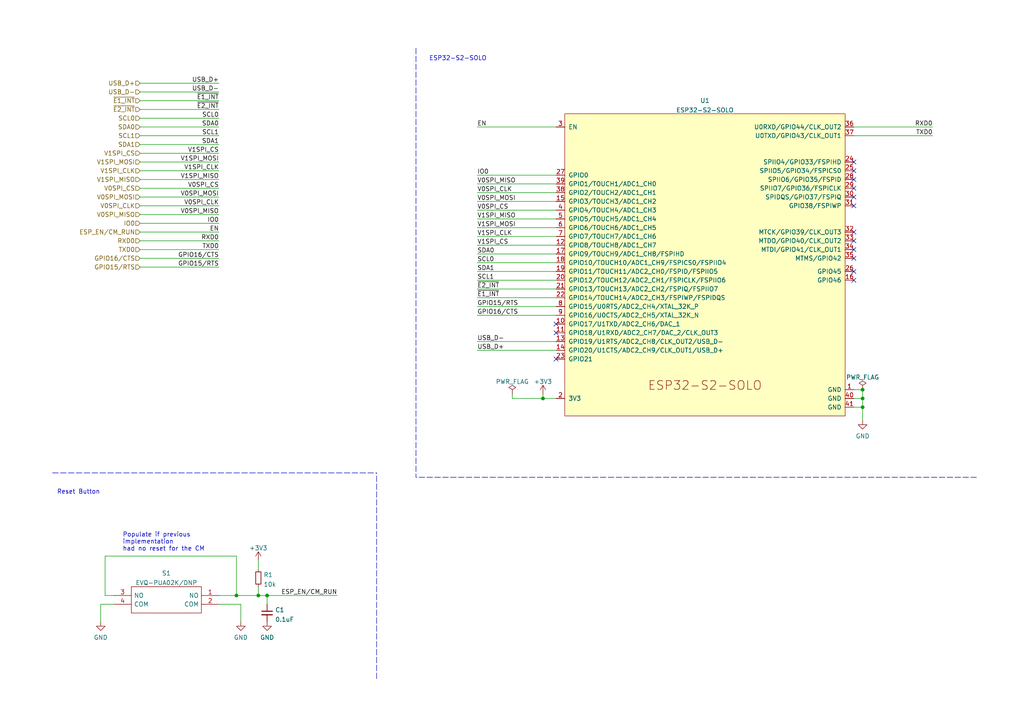
<source format=kicad_sch>
(kicad_sch (version 20211123) (generator eeschema)
  (paper "A4")
  (lib_symbols
    (symbol "Device:C_Small" (pin_numbers hide) (pin_names (offset 0.254) hide)
      (property "Reference" "C" (at 0.254 1.778 0))
      (property "Value" "C_Small" (at 0.254 -2.032 0))
      (symbol "C_Small_0_1"
        (polyline (pts (xy -1.524 -0.508) (xy 1.524 -0.508)) (stroke (width 0.3302)))
        (polyline (pts (xy -1.524 0.508) (xy 1.524 0.508)) (stroke (width 0.3048)))
      )
      (symbol "C_Small_1_1"
        (pin passive line (at 0 2.54 270) (length 2.032) (name "~") (number "1"))
        (pin passive line (at 0 -2.54 90) (length 2.032) (name "~") (number "2"))
      )
    )
    (symbol "Device:R_Small" (pin_numbers hide) (pin_names (offset 0.254) hide)
      (property "Reference" "R" (at 0.762 0.508 0))
      (property "Value" "R_Small" (at 0.762 -1.016 0))
      (symbol "R_Small_0_1"
        (rectangle (start -0.762 1.778) (end 0.762 -1.778) (stroke (width 0.2032)))
      )
      (symbol "R_Small_1_1"
        (pin passive line (at 0 2.54 270) (length 0.762) (name "~") (number "1"))
        (pin passive line (at 0 -2.54 90) (length 0.762) (name "~") (number "2"))
      )
    )
    (symbol "EVQ-PUA02K:EVQ-PUA02K" (pin_names (offset 0.762))
      (property "Reference" "S" (at 26.67 7.62 0))
      (property "Value" "EVQ-PUA02K" (at 26.67 5.08 0))
      (symbol "EVQ-PUA02K_0_0"
        (pin passive line (at 30.48 0 180) (length 5.08) (name "NO") (number "1"))
        (pin passive line (at 30.48 -2.54 180) (length 5.08) (name "COM") (number "2"))
        (pin passive line (at 0 0 0) (length 5.08) (name "NO") (number "3"))
        (pin passive line (at 0 -2.54 0) (length 5.08) (name "COM") (number "4"))
      )
      (symbol "EVQ-PUA02K_0_1"
        (polyline (pts (xy 5.08 2.54) (xy 25.4 2.54) (xy 25.4 -5.08) (xy 5.08 -5.08) (xy 5.08 2.54)) (stroke (width 0.1524)))
      )
    )
    (symbol "Espressif:ESP32-S2-SOLO" (pin_names (offset 1.016))
      (property "Reference" "U" (at 0 43.18 0))
      (property "Value" "ESP32-S2-SOLO" (at 0 -46.99 0))
      (symbol "ESP32-S2-SOLO_0_1"
        (rectangle (start -40.64 41.91) (end 40.64 -45.72) (fill (type background)))
      )
      (symbol "ESP32-S2-SOLO_1_1"
        (text "ESP32-S2-SOLO" (at 0 -36.83 0) (effects (font (size 2.54 2.54))))
        (pin power_in line (at 43.18 -38.1 180) (length 2.54) (name "GND") (number "1"))
        (pin bidirectional line (at -43.18 -19.05 0) (length 2.54) (name "GPIO17/U1TXD/ADC2_CH6/DAC_1") (number "10"))
        (pin bidirectional line (at -43.18 -21.59 0) (length 2.54) (name "GPIO18/U1RXD/ADC2_CH7/DAC_2/CLK_OUT3") (number "11"))
        (pin bidirectional line (at -43.18 3.81 0) (length 2.54) (name "GPIO8/TOUCH8/ADC1_CH7") (number "12"))
        (pin bidirectional line (at -43.18 -24.13 0) (length 2.54) (name "GPIO19/U1RTS/ADC2_CH8/CLK_OUT2/USB_D-") (number "13"))
        (pin bidirectional line (at -43.18 -26.67 0) (length 2.54) (name "GPIO20/U1CTS/ADC2_CH9/CLK_OUT1/USB_D+") (number "14"))
        (pin bidirectional line (at -43.18 16.51 0) (length 2.54) (name "GPIO3/TOUCH3/ADC1_CH2") (number "15"))
        (pin input line (at 43.18 -6.35 180) (length 2.54) (name "GPIO46") (number "16"))
        (pin bidirectional line (at -43.18 1.27 0) (length 2.54) (name "GPIO9/TOUCH9/ADC1_CH8/FSPIHD") (number "17"))
        (pin bidirectional line (at -43.18 -1.27 0) (length 2.54) (name "GPIO10/TOUCH10/ADC1_CH9/FSPICS0/FSPIIO4") (number "18"))
        (pin bidirectional line (at -43.18 -3.81 0) (length 2.54) (name "GPIO11/TOUCH11/ADC2_CH0/FSPID/FSPIIO5") (number "19"))
        (pin power_in line (at -43.18 -40.64 0) (length 2.54) (name "3V3") (number "2"))
        (pin bidirectional line (at -43.18 -6.35 0) (length 2.54) (name "GPIO12/TOUCH12/ADC2_CH1/FSPICLK/FSPIIO6") (number "20"))
        (pin bidirectional line (at -43.18 -8.89 0) (length 2.54) (name "GPIO13/TOUCH13/ADC2_CH2/FSPIQ/FSPIIO7") (number "21"))
        (pin bidirectional line (at -43.18 -11.43 0) (length 2.54) (name "GPIO14/TOUCH14/ADC2_CH3/FSPIWP/FSPIDQS") (number "22"))
        (pin bidirectional line (at -43.18 -29.21 0) (length 2.54) (name "GPIO21") (number "23"))
        (pin bidirectional line (at 43.18 27.94 180) (length 2.54) (name "SPIIO4/GPIO33/FSPIHD") (number "24"))
        (pin bidirectional line (at 43.18 25.4 180) (length 2.54) (name "SPIIO5/GPIO34/FSPICS0") (number "25"))
        (pin bidirectional line (at 43.18 -3.81 180) (length 2.54) (name "GPIO45") (number "26"))
        (pin bidirectional line (at -43.18 24.13 0) (length 2.54) (name "GPIO0") (number "27"))
        (pin bidirectional line (at 43.18 22.86 180) (length 2.54) (name "SPIIO6/GPIO35/FSPID") (number "28"))
        (pin bidirectional line (at 43.18 20.32 180) (length 2.54) (name "SPIIO7/GPIO36/FSPICLK") (number "29"))
        (pin bidirectional line (at -43.18 38.1 0) (length 2.54) (name "EN") (number "3"))
        (pin bidirectional line (at 43.18 17.78 180) (length 2.54) (name "SPIDQS/GPIO37/FSPIQ") (number "30"))
        (pin bidirectional line (at 43.18 15.24 180) (length 2.54) (name "GPIO38/FSPIWP") (number "31"))
        (pin bidirectional line (at 43.18 7.62 180) (length 2.54) (name "MTCK/GPIO39/CLK_OUT3") (number "32"))
        (pin bidirectional line (at 43.18 5.08 180) (length 2.54) (name "MTDO/GPIO40/CLK_OUT2") (number "33"))
        (pin bidirectional line (at 43.18 2.54 180) (length 2.54) (name "MTDI/GPIO41/CLK_OUT1") (number "34"))
        (pin bidirectional line (at 43.18 0 180) (length 2.54) (name "MTMS/GPIO42") (number "35"))
        (pin bidirectional line (at 43.18 38.1 180) (length 2.54) (name "U0RXD/GPIO44/CLK_OUT2") (number "36"))
        (pin bidirectional line (at 43.18 35.56 180) (length 2.54) (name "U0TXD/GPIO43/CLK_OUT1") (number "37"))
        (pin bidirectional line (at -43.18 19.05 0) (length 2.54) (name "GPIO2/TOUCH2/ADC1_CH1") (number "38"))
        (pin bidirectional line (at -43.18 21.59 0) (length 2.54) (name "GPIO1/TOUCH1/ADC1_CH0") (number "39"))
        (pin bidirectional line (at -43.18 13.97 0) (length 2.54) (name "GPIO4/TOUCH4/ADC1_CH3") (number "4"))
        (pin input line (at 43.18 -40.64 180) (length 2.54) (name "GND") (number "40"))
        (pin input line (at 43.18 -43.18 180) (length 2.54) (name "GND") (number "41"))
        (pin bidirectional line (at -43.18 11.43 0) (length 2.54) (name "GPIO5/TOUCH5/ADC1_CH4") (number "5"))
        (pin bidirectional line (at -43.18 8.89 0) (length 2.54) (name "GPIO6/TOUCH6/ADC1_CH5") (number "6"))
        (pin bidirectional line (at -43.18 6.35 0) (length 2.54) (name "GPIO7/TOUCH7/ADC1_CH6") (number "7"))
        (pin bidirectional line (at -43.18 -13.97 0) (length 2.54) (name "GPIO15/U0RTS/ADC2_CH4/XTAL_32K_P") (number "8"))
        (pin bidirectional line (at -43.18 -16.51 0) (length 2.54) (name "GPIO16/U0CTS/ADC2_CH5/XTAL_32K_N") (number "9"))
      )
    )
    (symbol "power:+3V3" (power) (pin_names (offset 0))
      (property "Value" "+3V3" (at 0 3.556 0))
      (symbol "+3V3_0_1"
        (polyline (pts (xy -0.762 1.27) (xy 0 2.54)))
        (polyline (pts (xy 0 0) (xy 0 2.54)))
        (polyline (pts (xy 0 2.54) (xy 0.762 1.27)))
      )
      (symbol "+3V3_1_1"
        (pin power_in line (at 0 0 90) (length 0) hide (name "+3V3") (number "1"))
      )
    )
    (symbol "power:GND" (power) (pin_names (offset 0))
      (property "Value" "GND" (at 0 -3.81 0))
      (symbol "GND_0_1"
        (polyline (pts (xy 0 0) (xy 0 -1.27) (xy 1.27 -1.27) (xy 0 -2.54) (xy -1.27 -1.27) (xy 0 -1.27)))
      )
      (symbol "GND_1_1"
        (pin power_in line (at 0 0 270) (length 0) hide (name "GND") (number "1"))
      )
    )
    (symbol "power:PWR_FLAG" (power) (pin_numbers hide) (pin_names (offset 0) hide)
      (property "Value" "PWR_FLAG" (at 0 3.81 0))
      (symbol "PWR_FLAG_0_0"
        (pin power_out line (at 0 0 90) (length 0) (name "pwr") (number "1"))
      )
      (symbol "PWR_FLAG_0_1"
        (polyline (pts (xy 0 0) (xy 0 1.27) (xy -1.016 1.905) (xy 0 2.54) (xy 1.016 1.905) (xy 0 1.27)))
      )
    )
  )
  (junction (at 250.19 118.11))
  (junction (at 250.19 115.57))
  (junction (at 157.48 115.57))
  (junction (at 68.58 172.72))
  (junction (at 74.93 172.72))
  (junction (at 77.47 172.72))
  (junction (at 250.19 113.03))
  (no_connect (at 161.29 96.52))
  (no_connect (at 161.29 93.98))
  (no_connect (at 161.29 104.14))
  (no_connect (at 247.65 81.28))
  (no_connect (at 247.65 78.74))
  (no_connect (at 247.65 74.93))
  (no_connect (at 247.65 72.39))
  (no_connect (at 247.65 52.07))
  (no_connect (at 247.65 49.53))
  (no_connect (at 247.65 46.99))
  (no_connect (at 247.65 69.85))
  (no_connect (at 247.65 67.31))
  (no_connect (at 247.65 59.69))
  (no_connect (at 247.65 57.15))
  (no_connect (at 247.65 54.61))
  (wire (pts (xy 148.59 115.57) (xy 148.59 114.3)))
  (wire (pts (xy 161.29 86.36) (xy 138.43 86.36)))
  (wire (pts (xy 161.29 68.58) (xy 138.43 68.58)))
  (polyline (pts (xy 120.65 13.97) (xy 120.65 138.43)))
  (wire (pts (xy 63.5 26.67) (xy 40.64 26.67)))
  (wire (pts (xy 161.29 53.34) (xy 138.43 53.34)))
  (wire (pts (xy 161.29 115.57) (xy 157.48 115.57)))
  (wire (pts (xy 74.93 172.72) (xy 77.47 172.72)))
  (wire (pts (xy 63.5 175.26) (xy 69.85 175.26)))
  (wire (pts (xy 247.65 118.11) (xy 250.19 118.11)))
  (wire (pts (xy 250.19 115.57) (xy 250.19 113.03)))
  (wire (pts (xy 63.5 67.31) (xy 40.64 67.31)))
  (wire (pts (xy 40.64 54.61) (xy 63.5 54.61)))
  (polyline (pts (xy 283.21 138.43) (xy 120.65 138.43)))
  (wire (pts (xy 40.64 57.15) (xy 63.5 57.15)))
  (wire (pts (xy 40.64 62.23) (xy 63.5 62.23)))
  (wire (pts (xy 247.65 36.83) (xy 270.51 36.83)))
  (wire (pts (xy 161.29 83.82) (xy 138.43 83.82)))
  (wire (pts (xy 74.93 170.18) (xy 74.93 172.72)))
  (wire (pts (xy 63.5 74.93) (xy 40.64 74.93)))
  (wire (pts (xy 250.19 118.11) (xy 250.19 115.57)))
  (wire (pts (xy 30.48 161.29) (xy 30.48 172.72)))
  (polyline (pts (xy 109.22 196.85) (xy 109.22 137.16)))
  (wire (pts (xy 161.29 63.5) (xy 138.43 63.5)))
  (wire (pts (xy 161.29 60.96) (xy 138.43 60.96)))
  (wire (pts (xy 63.5 77.47) (xy 40.64 77.47)))
  (wire (pts (xy 40.64 46.99) (xy 63.5 46.99)))
  (wire (pts (xy 250.19 113.03) (xy 247.65 113.03)))
  (wire (pts (xy 77.47 172.72) (xy 77.47 175.26)))
  (wire (pts (xy 77.47 172.72) (xy 97.79 172.72)))
  (wire (pts (xy 68.58 161.29) (xy 30.48 161.29)))
  (wire (pts (xy 40.64 44.45) (xy 63.5 44.45)))
  (wire (pts (xy 247.65 115.57) (xy 250.19 115.57)))
  (wire (pts (xy 157.48 115.57) (xy 157.48 114.3)))
  (wire (pts (xy 138.43 99.06) (xy 161.29 99.06)))
  (wire (pts (xy 138.43 101.6) (xy 161.29 101.6)))
  (wire (pts (xy 69.85 175.26) (xy 69.85 180.34)))
  (wire (pts (xy 161.29 66.04) (xy 138.43 66.04)))
  (wire (pts (xy 138.43 91.44) (xy 161.29 91.44)))
  (wire (pts (xy 161.29 55.88) (xy 138.43 55.88)))
  (wire (pts (xy 63.5 172.72) (xy 68.58 172.72)))
  (wire (pts (xy 63.5 24.13) (xy 40.64 24.13)))
  (wire (pts (xy 40.64 36.83) (xy 63.5 36.83)))
  (wire (pts (xy 40.64 39.37) (xy 63.5 39.37)))
  (wire (pts (xy 161.29 81.28) (xy 138.43 81.28)))
  (wire (pts (xy 40.64 34.29) (xy 63.5 34.29)))
  (wire (pts (xy 161.29 73.66) (xy 138.43 73.66)))
  (polyline (pts (xy 15.24 137.16) (xy 109.22 137.16)))
  (wire (pts (xy 68.58 172.72) (xy 68.58 161.29)))
  (wire (pts (xy 161.29 76.2) (xy 138.43 76.2)))
  (wire (pts (xy 30.48 172.72) (xy 33.02 172.72)))
  (wire (pts (xy 29.21 175.26) (xy 29.21 180.34)))
  (wire (pts (xy 157.48 115.57) (xy 148.59 115.57)))
  (wire (pts (xy 161.29 78.74) (xy 138.43 78.74)))
  (wire (pts (xy 138.43 88.9) (xy 161.29 88.9)))
  (wire (pts (xy 40.64 52.07) (xy 63.5 52.07)))
  (wire (pts (xy 247.65 39.37) (xy 270.51 39.37)))
  (wire (pts (xy 161.29 58.42) (xy 138.43 58.42)))
  (wire (pts (xy 161.29 50.8) (xy 138.43 50.8)))
  (wire (pts (xy 40.64 29.21) (xy 63.5 29.21)))
  (wire (pts (xy 138.43 36.83) (xy 161.29 36.83)))
  (wire (pts (xy 250.19 121.92) (xy 250.19 118.11)))
  (wire (pts (xy 40.64 31.75) (xy 63.5 31.75)))
  (wire (pts (xy 33.02 175.26) (xy 29.21 175.26)))
  (wire (pts (xy 40.64 69.85) (xy 63.5 69.85)))
  (wire (pts (xy 40.64 64.77) (xy 63.5 64.77)))
  (wire (pts (xy 40.64 72.39) (xy 63.5 72.39)))
  (wire (pts (xy 161.29 71.12) (xy 138.43 71.12)))
  (wire (pts (xy 40.64 41.91) (xy 63.5 41.91)))
  (wire (pts (xy 74.93 162.56) (xy 74.93 165.1)))
  (wire (pts (xy 68.58 172.72) (xy 74.93 172.72)))
  (wire (pts (xy 40.64 59.69) (xy 63.5 59.69)))
  (wire (pts (xy 40.64 49.53) (xy 63.5 49.53)))
  (text "ESP32-S2-SOLO" (at 124.46 17.78 0) (effects (font (size 1.27 1.27)) (justify left bottom)))
  (text "Reset Button" (at 16.51 143.51 0) (effects (font (size 1.27 1.27)) (justify left bottom)))
  (text "Populate if previous \nimplementation \nhad no reset for the CM" (at 35.56 160.02 0) (effects (font (size 1.27 1.27)) (justify left bottom)))
  (label "EN" (at 138.43 36.83 0))
  (label "~{E1_INT}" (at 63.5 29.21 180))
  (label "V0SPI_CLK" (at 63.5 59.69 180))
  (label "USB_D+" (at 63.5 24.13 180))
  (label "GPIO15{slash}RTS" (at 138.43 88.9 0))
  (label "V0SPI_MISO" (at 63.5 62.23 180))
  (label "SCL0" (at 138.43 76.2 0))
  (label "RXD0" (at 270.51 36.83 180))
  (label "GPIO15{slash}RTS" (at 63.5 77.47 180))
  (label "V1SPI_CLK" (at 138.43 68.58 0))
  (label "SCL1" (at 63.5 39.37 180))
  (label "SCL0" (at 63.5 34.29 180))
  (label "TXD0" (at 63.5 72.39 180))
  (label "V0SPI_MISO" (at 138.43 53.34 0))
  (label "V0SPI_CS" (at 63.5 54.61 180))
  (label "SDA1" (at 138.43 78.74 0))
  (label "TXD0" (at 270.51 39.37 180))
  (label "V0SPI_CS" (at 138.43 60.96 0))
  (label "GPIO16{slash}CTS" (at 138.43 91.44 0))
  (label "USB_D+" (at 138.43 101.6 0))
  (label "IO0" (at 63.5 64.77 180))
  (label "V1SPI_CS" (at 138.43 71.12 0))
  (label "V0SPI_MOSI" (at 63.5 57.15 180))
  (label "SCL1" (at 138.43 81.28 0))
  (label "V1SPI_CS" (at 63.5 44.45 180))
  (label "SDA0" (at 138.43 73.66 0))
  (label "SDA1" (at 63.5 41.91 180))
  (label "V0SPI_MOSI" (at 138.43 58.42 0))
  (label "V1SPI_MISO" (at 63.5 52.07 180))
  (label "V0SPI_CLK" (at 138.43 55.88 0))
  (label "EN" (at 63.5 67.31 180))
  (label "GPIO16{slash}CTS" (at 63.5 74.93 180))
  (label "V1SPI_CLK" (at 63.5 49.53 180))
  (label "V1SPI_MOSI" (at 138.43 66.04 0))
  (label "IO0" (at 138.43 50.8 0))
  (label "~{E2_INT}" (at 63.5 31.75 180))
  (label "USB_D-" (at 138.43 99.06 0))
  (label "V1SPI_MISO" (at 138.43 63.5 0))
  (label "SDA0" (at 63.5 36.83 180))
  (label "USB_D-" (at 63.5 26.67 180))
  (label "V1SPI_MOSI" (at 63.5 46.99 180))
  (label "~{E2_INT}" (at 138.43 83.82 0))
  (label "~{E1_INT}" (at 138.43 86.36 0))
  (label "ESP_EN{slash}CM_RUN" (at 97.79 172.72 180))
  (label "RXD0" (at 63.5 69.85 180))
  (hierarchical_label "SDA0" (shape input) (at 40.64 36.83 180))
  (hierarchical_label "ESP_EN{slash}CM_RUN" (shape input) (at 40.64 67.31 180))
  (hierarchical_label "V0SPI_CS" (shape input) (at 40.64 54.61 180))
  (hierarchical_label "V1SPI_CS" (shape input) (at 40.64 44.45 180))
  (hierarchical_label "~{E2_INT}" (shape input) (at 40.64 31.75 180))
  (hierarchical_label "GPIO16{slash}CTS" (shape input) (at 40.64 74.93 180))
  (hierarchical_label "SCL0" (shape input) (at 40.64 34.29 180))
  (hierarchical_label "IO0" (shape input) (at 40.64 64.77 180))
  (hierarchical_label "TXD0" (shape input) (at 40.64 72.39 180))
  (hierarchical_label "~{E1_INT}" (shape input) (at 40.64 29.21 180))
  (hierarchical_label "V1SPI_CLK" (shape input) (at 40.64 49.53 180))
  (hierarchical_label "V0SPI_MOSI" (shape input) (at 40.64 57.15 180))
  (hierarchical_label "GPIO15{slash}RTS" (shape input) (at 40.64 77.47 180))
  (hierarchical_label "V1SPI_MISO" (shape input) (at 40.64 52.07 180))
  (hierarchical_label "V0SPI_MISO" (shape input) (at 40.64 62.23 180))
  (hierarchical_label "USB_D+" (shape input) (at 40.64 24.13 180))
  (hierarchical_label "SDA1" (shape input) (at 40.64 41.91 180))
  (hierarchical_label "V0SPI_CLK" (shape input) (at 40.64 59.69 180))
  (hierarchical_label "USB_D-" (shape input) (at 40.64 26.67 180))
  (hierarchical_label "V1SPI_MOSI" (shape input) (at 40.64 46.99 180))
  (hierarchical_label "RXD0" (shape input) (at 40.64 69.85 180))
  (hierarchical_label "SCL1" (shape input) (at 40.64 39.37 180))
  (symbol (lib_id "power:GND") (at 250.19 121.92 0) (unit 1)
    (property "Reference" "#PWR0102" (effects hide))
    (property "Value" "GND" (at 250.19 126.4825 0))
  )
  (symbol (lib_id "power:+3V3") (at 74.93 162.56 0) (unit 1)
    (property "Reference" "#PWR0125" (effects hide))
    (property "Value" "+3V3" (at 74.93 158.9555 0))
  )
  (symbol (lib_id "power:PWR_FLAG") (at 148.59 114.3 0) (unit 1)
    (property "Reference" "#FLG0101" (effects hide))
    (property "Value" "PWR_FLAG" (at 148.59 110.6955 0))
  )
  (symbol (lib_id "Device:R_Small") (at 74.93 167.64 180) (unit 1)
    (property "Reference" "R1" (at 76.4286 166.7315 0) (effects (justify right)))
    (property "Value" "10k" (at 76.4286 169.5066 0) (effects (justify right)))
    (property "Footprint" "Resistor_SMD:R_0603_1608Metric" (effects hide))
  )
  (symbol (lib_id "Espressif:ESP32-S2-SOLO") (at 204.47 74.93 0) (unit 1)
    (property "Reference" "U1" (at 204.47 29.1805 0))
    (property "Value" "ESP32-S2-SOLO" (at 204.47 31.9556 0))
    (property "Footprint" "Espressif:ESP32-S2-SOLO" (effects hide))
    (property "Datasheet" "https://www.espressif.com/sites/default/files/documentation/esp32-s2-solo_esp32-s2-solo-u_datasheet_en.pdf" (effects hide))
  )
  (symbol (lib_id "power:GND") (at 69.85 180.34 0) (unit 1)
    (property "Reference" "#PWR0104" (effects hide))
    (property "Value" "GND" (at 69.85 184.9025 0))
  )
  (symbol (lib_id "power:GND") (at 29.21 180.34 0) (unit 1)
    (property "Reference" "#PWR0105" (effects hide))
    (property "Value" "GND" (at 29.21 184.9025 0))
  )
  (symbol (lib_id "Device:C_Small") (at 77.47 177.8 0) (unit 1)
    (property "Reference" "C1" (at 79.7941 176.8978 0) (effects (justify left)))
    (property "Value" "0.1uF" (at 79.7941 179.6729 0) (effects (justify left)))
    (property "Footprint" "Capacitor_SMD:C_0603_1608Metric" (effects hide))
  )
  (symbol (lib_id "power:+3V3") (at 157.48 114.3 0) (unit 1)
    (property "Reference" "#PWR0101" (effects hide))
    (property "Value" "+3V3" (at 157.48 110.6955 0))
  )
  (symbol (lib_id "power:GND") (at 77.47 180.34 0) (unit 1)
    (property "Reference" "#PWR0103" (effects hide))
    (property "Value" "GND" (at 77.47 184.9025 0))
  )
  (symbol (lib_id "power:PWR_FLAG") (at 250.19 113.03 0) (unit 1)
    (property "Reference" "#FLG0102" (effects hide))
    (property "Value" "PWR_FLAG" (at 250.19 109.4255 0))
  )
  (symbol (lib_id "EVQ-PUA02K:EVQ-PUA02K") (at 33.02 172.72 0) (unit 1)
    (property "Reference" "S1" (at 48.26 166.2643 0))
    (property "Value" "EVQ-PUA02K/DNP" (at 48.26 169.0394 0))
    (property "Footprint" "KiCad:EVQPUA02K" (effects hide))
    (property "Datasheet" "https://www.mouser.in/ProductDetail/Panasonic/EVQ-PUA02K?qs=%2Fha2pyFadujMSX8lHuHLeTqtnZtxLpuLygd0%252BejhC2g%3D" (effects hide))
    (property "Description" "Tactile Switches SIDE PUSH 2.2NF 4.7x3.2x1.65mm" (effects hide))
    (property "Height" "1.95" (effects hide))
    (property "Manufacturer_Name" "Panasonic" (effects hide))
    (property "Manufacturer_Part_Number" "EVQ-PUA02K" (effects hide))
    (property "Mouser Part Number" "667-EVQ-PUA02K" (effects hide))
    (property "Mouser Price/Stock" "https://www.mouser.co.uk/ProductDetail/Panasonic/EVQ-PUA02K?qs=whhzBCqEXCvFsgipcL1tig%3D%3D" (effects hide))
    (property "Arrow Part Number" "EVQ-PUA02K" (effects hide))
    (property "Arrow Price/Stock" "https://www.arrow.com/en/products/evq-pua02k/panasonic" (effects hide))
  )
)
</source>
